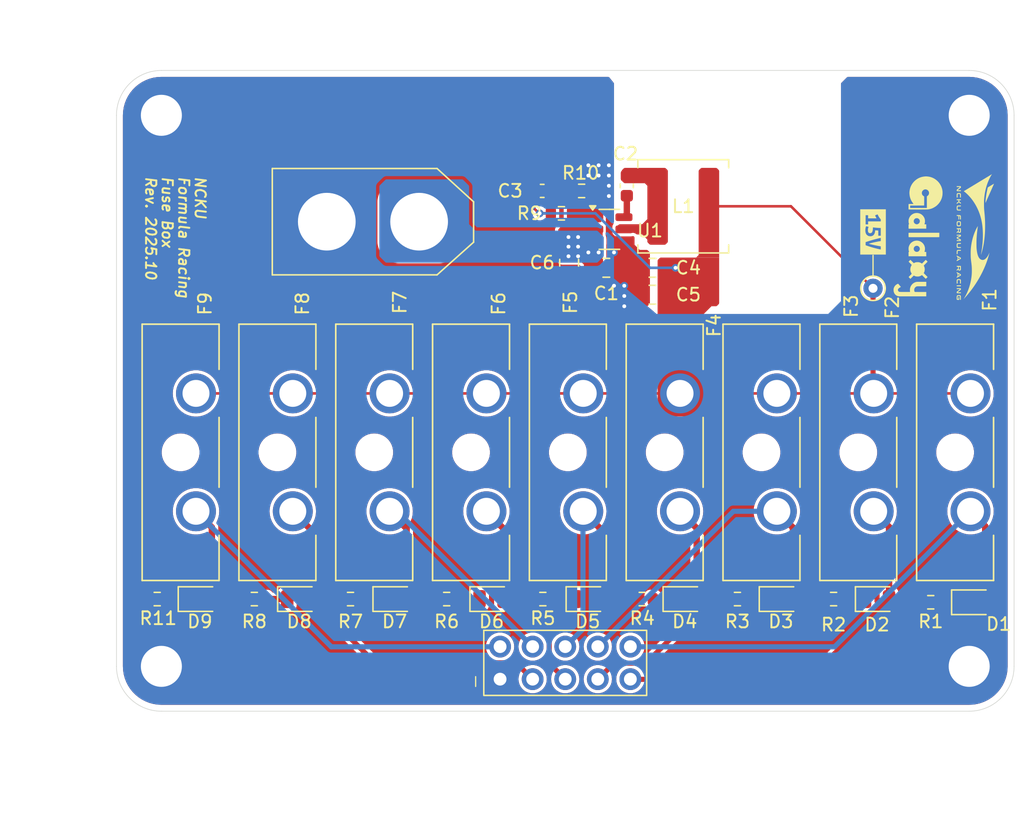
<source format=kicad_pcb>
(kicad_pcb (version 20221018) (generator pcbnew)
  (layers (0 "F.Cu" signal) (31 "B.Cu" signal) (34 "B.Paste" user) (35 "F.Paste" user) (36 "B.SilkS" user "B.Silkscreen") (37 "F.SilkS" user "F.Silkscreen") (38 "B.Mask" user) (39 "F.Mask" user) (44 "Edge.Cuts" user))
  (net 0 "")
  (net 1 "VDC")
  (net 2 "Net-(D1-K)")
  (net 3 "Net-(U1-SW)")
  (net 4 "Net-(D2-K)")
  (net 5 "Net-(U1-BST)")
  (net 6 "Net-(D3-K)")
  (net 7 "+15V")
  (net 8 "Net-(D4-K)")
  (net 9 "Net-(U1-FB)")
  (net 10 "GND")
  (net 11 "Net-(D5-K)")
  (net 12 "P1")
  (net 13 "Net-(D6-K)")
  (net 14 "P4")
  (net 15 "Net-(D7-K)")
  (net 16 "P5")
  (net 17 "Net-(D8-K)")
  (net 18 "P2")
  (net 19 "P6")
  (net 20 "P3")
  (net 21 "P7")
  (net 22 "P8")
  (net 23 "Net-(D9-K)")
  (net 24 "P9")
  (footprint "MountingHole:MountingHole_3.2mm_M3_ISO7380_Pad" (layer "F.Cu") (at 131.3 40.1 -90)
    (fp_text reference "H3" hide)
    (fp_text value "MountingHole_Pad")
    (pad "1" thru_hole circle (at 0 0 270) (size 5.7 5.7) (drill 3.2) (layers "*.Cu" "*.Mask") (net 10 "GND"))
  )
  (footprint "LED_SMD:LED_0805_2012Metric" (layer "F.Cu") (at 124.1125 77.85)
    (fp_text reference "D2" (at 0 2) (layer "F.SilkS"))
    (fp_text value "LED_Small")
    (pad "1" smd roundrect (at -0.9375 0) (size 0.975 1.4) (layers "F.Cu" "F.Paste" "F.Mask") (net 4 "Net-(D2-K)"))
    (pad "2" smd roundrect (at 0.9375 0) (size 0.975 1.4) (layers "F.Cu" "F.Paste" "F.Mask") (net 18 "P2"))
  )
  (footprint "fuseholder:LITTELFUSE_178.6164.0001" (layer "F.Cu") (at 92.45 66.4 -90)
    (fp_text reference "F6" (at -11.6 -2.15 -90) (layer "F.SilkS"))
    (fp_text value "178.6164.0001" hide)
    (pad "" np_thru_hole circle (at 0 0 270) (size 2.45 2.45) (drill 2.45) (layers "*.Cu" "*.Mask"))
    (pad "1" thru_hole circle (at -4.6 -1.2 270) (size 3.116 3.116) (drill 2.1) (layers "*.Cu" "*.Mask") (net 7 "+15V"))
    (pad "2" thru_hole circle (at 4.6 -1.2 270) (size 3.116 3.116) (drill 2.1) (layers "*.Cu" "*.Mask") (net 19 "P6"))
  )
  (footprint "Connector_AMASS:AMASS_XT60-M_1x02_P7.20mm_Vertical" (layer "F.Cu") (at 88.4 48.4 180)
    (fp_text reference "J1" hide)
    (fp_text value "PWR")
    (pad "1" thru_hole roundrect (at 0 0 180) (size 6 6) (drill 4.5) (layers "*.Cu" "*.Mask") (net 1 "VDC"))
    (pad "2" thru_hole circle (at 7.2 0 180) (size 6 6) (drill 4.5) (layers "*.Cu" "*.Mask") (net 10 "GND"))
  )
  (footprint "Resistor_SMD:R_0603_1608Metric" (layer "F.Cu") (at 99.5 47.75)
    (fp_text reference "R9" (at -2.5 0) (layer "F.SilkS"))
    (fp_text value "534k")
    (pad "1" smd roundrect (at -0.825 0) (size 0.8 0.95) (layers "F.Cu" "F.Paste" "F.Mask") (net 7 "+15V"))
    (pad "2" smd roundrect (at 0.825 0) (size 0.8 0.95) (layers "F.Cu" "F.Paste" "F.Mask") (net 9 "Net-(U1-FB)"))
  )
  (footprint "Resistor_SMD:R_0603_1608Metric" (layer "F.Cu") (at 83.05 77.85)
    (fp_text reference "R7" (at 0 1.75) (layer "F.SilkS"))
    (fp_text value "10k")
    (pad "1" smd roundrect (at -0.825 0) (size 0.8 0.95) (layers "F.Cu" "F.Paste" "F.Mask") (net 10 "GND"))
    (pad "2" smd roundrect (at 0.825 0) (size 0.8 0.95) (layers "F.Cu" "F.Paste" "F.Mask") (net 15 "Net-(D7-K)"))
  )
  (footprint "fuseholder:LITTELFUSE_178.6164.0001" (layer "F.Cu") (at 69.8 66.4 -90)
    (fp_text reference "F9" (at -11.6 -1.9 -90) (layer "F.SilkS"))
    (fp_text value "178.6164.0001")
    (pad "" np_thru_hole circle (at 0 0 270) (size 2.45 2.45) (drill 2.45) (layers "*.Cu" "*.Mask"))
    (pad "1" thru_hole circle (at -4.6 -1.2 270) (size 3.116 3.116) (drill 2.1) (layers "*.Cu" "*.Mask") (net 7 "+15V"))
    (pad "2" thru_hole circle (at 4.6 -1.2 270) (size 3.116 3.116) (drill 2.1) (layers "*.Cu" "*.Mask") (net 24 "P9"))
  )
  (footprint "Capacitor_SMD:C_0805_2012Metric" (layer "F.Cu") (at 106.6 54.1 180)
    (fp_text reference "C5" (at -2.8 0 180) (layer "F.SilkS"))
    (fp_text value "22u")
    (pad "1" smd roundrect (at -0.95 0 180) (size 1 1.45) (layers "F.Cu" "F.Paste" "F.Mask") (net 7 "+15V"))
    (pad "2" smd roundrect (at 0.95 0 180) (size 1 1.45) (layers "F.Cu" "F.Paste" "F.Mask") (net 10 "GND"))
  )
  (footprint "Resistor_SMD:R_0603_1608Metric" (layer "F.Cu") (at 128.3 78.1)
    (fp_text reference "R1" (at 0 1.5) (layer "F.SilkS"))
    (fp_text value "10k")
    (pad "1" smd roundrect (at -0.825 0) (size 0.8 0.95) (layers "F.Cu" "F.Paste" "F.Mask") (net 10 "GND"))
    (pad "2" smd roundrect (at 0.825 0) (size 0.8 0.95) (layers "F.Cu" "F.Paste" "F.Mask") (net 2 "Net-(D1-K)"))
  )
  (footprint "fuseholder:LITTELFUSE_178.6164.0001" (layer "F.Cu") (at 100 66.4 -90)
    (fp_text reference "F5" (at -11.7 -0.2 -90) (layer "F.SilkS"))
    (fp_text value "178.6164.0001" hide)
    (pad "" np_thru_hole circle (at 0 0 270) (size 2.45 2.45) (drill 2.45) (layers "*.Cu" "*.Mask"))
    (pad "1" thru_hole circle (at -4.6 -1.2 270) (size 3.116 3.116) (drill 2.1) (layers "*.Cu" "*.Mask") (net 7 "+15V"))
    (pad "2" thru_hole circle (at 4.6 -1.2 270) (size 3.116 3.116) (drill 2.1) (layers "*.Cu" "*.Mask") (net 16 "P5"))
  )
  (footprint "logo:nckufs_logo_10mm" (layer "F.Cu") (at 131.8 49.6 -90)
    (fp_text reference "G***" hide)
    (fp_text value "LOGO" hide)
  )
  (footprint "Resistor_SMD:R_0603_1608Metric" (layer "F.Cu") (at 67.975 77.85)
    (fp_text reference "R11" (at 0.075 1.5) (layer "F.SilkS"))
    (fp_text value "10k")
    (pad "1" smd roundrect (at -0.825 0) (size 0.8 0.95) (layers "F.Cu" "F.Paste" "F.Mask") (net 10 "GND"))
    (pad "2" smd roundrect (at 0.825 0) (size 0.8 0.95) (layers "F.Cu" "F.Paste" "F.Mask") (net 23 "Net-(D9-K)"))
  )
  (footprint "LED_SMD:LED_0805_2012Metric" (layer "F.Cu") (at 86.4875 77.85)
    (fp_text reference "D7" (at 0 1.75) (layer "F.SilkS"))
    (fp_text value "LED_Small")
    (pad "1" smd roundrect (at -0.9375 0) (size 0.975 1.4) (layers "F.Cu" "F.Paste" "F.Mask") (net 15 "Net-(D7-K)"))
    (pad "2" smd roundrect (at 0.9375 0) (size 0.975 1.4) (layers "F.Cu" "F.Paste" "F.Mask") (net 21 "P7"))
  )
  (footprint "fuseholder:LITTELFUSE_178.6164.0001" (layer "F.Cu") (at 77.35 66.4 -90)
    (fp_text reference "F8" (at -11.6 -1.95 -90) (layer "F.SilkS"))
    (fp_text value "178.6164.0001" hide)
    (pad "" np_thru_hole circle (at 0 0 270) (size 2.45 2.45) (drill 2.45) (layers "*.Cu" "*.Mask"))
    (pad "1" thru_hole circle (at -4.6 -1.2 270) (size 3.116 3.116) (drill 2.1) (layers "*.Cu" "*.Mask") (net 7 "+15V"))
    (pad "2" thru_hole circle (at 4.6 -1.2 270) (size 3.116 3.116) (drill 2.1) (layers "*.Cu" "*.Mask") (net 22 "P8"))
  )
  (footprint "LED_SMD:LED_0805_2012Metric" (layer "F.Cu") (at 79.05 77.85)
    (fp_text reference "D8" (at 0 1.75) (layer "F.SilkS"))
    (fp_text value "LED_Small")
    (pad "1" smd roundrect (at -0.9375 0) (size 0.975 1.4) (layers "F.Cu" "F.Paste" "F.Mask") (net 17 "Net-(D8-K)"))
    (pad "2" smd roundrect (at 0.9375 0) (size 0.975 1.4) (layers "F.Cu" "F.Paste" "F.Mask") (net 22 "P8"))
  )
  (footprint "MountingHole:MountingHole_3.2mm_M3_ISO7380_Pad" (layer "F.Cu") (at 131.3 83.1 -90)
    (fp_text reference "H1" hide)
    (fp_text value "MountingHole_Pad")
    (pad "1" thru_hole circle (at 0 0 270) (size 5.7 5.7) (drill 3.2) (layers "*.Cu" "*.Mask") (net 10 "GND"))
  )
  (footprint "Resistor_SMD:R_0603_1608Metric" (layer "F.Cu") (at 101.075 46)
    (fp_text reference "R10" (at -0.075 -1.4 180) (layer "F.SilkS"))
    (fp_text value "30k1")
    (pad "1" smd roundrect (at -0.825 0) (size 0.8 0.95) (layers "F.Cu" "F.Paste" "F.Mask") (net 9 "Net-(U1-FB)"))
    (pad "2" smd roundrect (at 0.825 0) (size 0.8 0.95) (layers "F.Cu" "F.Paste" "F.Mask") (net 10 "GND"))
  )
  (footprint "Inductor_SMD:L_Coilcraft_XAL6060-XXX" (layer "F.Cu") (at 109 47.2)
    (fp_text reference "L1" (at 0 0) (layer "F.SilkS"))
    (fp_text value "15uH")
    (pad "1" smd rect (at -2.02 0) (size 1.43 5.5) (layers "F.Cu" "F.Paste" "F.Mask") (net 3 "Net-(U1-SW)"))
    (pad "2" smd rect (at 2.02 0) (size 1.43 5.5) (layers "F.Cu" "F.Paste" "F.Mask") (net 7 "+15V"))
  )
  (footprint "LED_SMD:LED_0805_2012Metric" (layer "F.Cu") (at 101.55 77.85)
    (fp_text reference "D5" (at 0 1.75) (layer "F.SilkS"))
    (fp_text value "LED_Small")
    (pad "1" smd roundrect (at -0.9375 0) (size 0.975 1.4) (layers "F.Cu" "F.Paste" "F.Mask") (net 11 "Net-(D5-K)"))
    (pad "2" smd roundrect (at 0.9375 0) (size 0.975 1.4) (layers "F.Cu" "F.Paste" "F.Mask") (net 16 "P5"))
  )
  (footprint "MountingHole:MountingHole_3.2mm_M3_ISO7380_Pad" (layer "F.Cu") (at 68.3 83.1 -90)
    (fp_text reference "H2" hide)
    (fp_text value "MountingHole_Pad")
    (pad "1" thru_hole circle (at 0 0 270) (size 5.7 5.7) (drill 3.2) (layers "*.Cu" "*.Mask") (net 10 "GND"))
  )
  (footprint "TestPoint:TestPoint_THTPad_D1.5mm_Drill0.7mm" (layer "F.Cu") (at 123.8 53.6 -90)
    (fp_text reference "TP1" hide)
    (fp_text value "TestPoint")
    (pad "1" thru_hole circle (at 0 0 270) (size 1.5 1.5) (drill 0.7) (layers "*.Cu" "*.Mask") (net 7 "+15V"))
  )
  (footprint "Capacitor_SMD:C_0805_2012Metric" (layer "F.Cu") (at 103 52)
    (fp_text reference "C1" (at 0 2 180) (layer "F.SilkS"))
    (fp_text value "10u")
    (pad "1" smd roundrect (at -0.95 0) (size 1 1.45) (layers "F.Cu" "F.Paste" "F.Mask") (net 1 "VDC"))
    (pad "2" smd roundrect (at 0.95 0) (size 1 1.45) (layers "F.Cu" "F.Paste" "F.Mask") (net 10 "GND"))
  )
  (footprint "Resistor_SMD:R_0603_1608Metric" (layer "F.Cu") (at 98.05 77.85)
    (fp_text reference "R5" (at 0 1.5) (layer "F.SilkS"))
    (fp_text value "10k")
    (pad "1" smd roundrect (at -0.825 0) (size 0.8 0.95) (layers "F.Cu" "F.Paste" "F.Mask") (net 10 "GND"))
    (pad "2" smd roundrect (at 0.825 0) (size 0.8 0.95) (layers "F.Cu" "F.Paste" "F.Mask") (net 11 "Net-(D5-K)"))
  )
  (footprint "fuseholder:LITTELFUSE_178.6164.0001" (layer "F.Cu") (at 130.2 66.4 -90)
    (fp_text reference "F1" (at -11.9 -2.7 -90) (layer "F.SilkS"))
    (fp_text value "178.6164.0001" hide)
    (pad "" np_thru_hole circle (at 0 0 270) (size 2.45 2.45) (drill 2.45) (layers "*.Cu" "*.Mask"))
    (pad "1" thru_hole circle (at -4.6 -1.2 270) (size 3.116 3.116) (drill 2.1) (layers "*.Cu" "*.Mask") (net 7 "+15V"))
    (pad "2" thru_hole circle (at 4.6 -1.2 270) (size 3.116 3.116) (drill 2.1) (layers "*.Cu" "*.Mask") (net 12 "P1"))
  )
  (footprint "LED_SMD:LED_0805_2012Metric" (layer "F.Cu") (at 131.6125 78.1)
    (fp_text reference "D1" (at 1.9875 1.7) (layer "F.SilkS"))
    (fp_text value "LED_Small")
    (pad "1" smd roundrect (at -0.9375 0) (size 0.975 1.4) (layers "F.Cu" "F.Paste" "F.Mask") (net 2 "Net-(D1-K)"))
    (pad "2" smd roundrect (at 0.9375 0) (size 0.975 1.4) (layers "F.Cu" "F.Paste" "F.Mask") (net 12 "P1"))
  )
  (footprint "logo:galaxy_logo_10mm" (layer "F.Cu") (at 127.3 49.6 -90)
    (fp_text reference "G***" hide)
    (fp_text value "LOGO" hide)
  )
  (footprint "fuseholder:LITTELFUSE_178.6164.0001" (layer "F.Cu") (at 107.55 66.4 -90)
    (fp_text reference "F4" (at -9.9 -3.85 -90) (layer "F.SilkS"))
    (fp_text value "178.6164.0001" hide)
    (pad "" np_thru_hole circle (at 0 0 270) (size 2.45 2.45) (drill 2.45) (layers "*.Cu" "*.Mask"))
    (pad "1" thru_hole circle (at -4.6 -1.2 270) (size 3.116 3.116) (drill 2.1) (layers "*.Cu" "*.Mask") (net 7 "+15V"))
    (pad "2" thru_hole circle (at 4.6 -1.2 270) (size 3.116 3.116) (drill 2.1) (layers "*.Cu" "*.Mask") (net 14 "P4"))
  )
  (footprint "Package_TO_SOT_SMD:TSOT-23-6" (layer "F.Cu") (at 103.2375 49)
    (fp_text reference "U1" (at 3.1625 0.1) (layer "F.SilkS"))
    (fp_text value "AP63200WU")
    (pad "1" smd roundrect (at -1.1375 -0.95) (size 1.325 0.6) (layers "F.Cu" "F.Paste" "F.Mask") (net 9 "Net-(U1-FB)"))
    (pad "2" smd roundrect (at -1.1375 0) (size 1.325 0.6) (layers "F.Cu" "F.Paste" "F.Mask") (net 1 "VDC"))
    (pad "3" smd roundrect (at -1.1375 0.95) (size 1.325 0.6) (layers "F.Cu" "F.Paste" "F.Mask") (net 1 "VDC"))
    (pad "4" smd roundrect (at 1.1375 0.95) (size 1.325 0.6) (layers "F.Cu" "F.Paste" "F.Mask") (net 10 "GND"))
    (pad "5" smd roundrect (at 1.1375 0) (size 1.325 0.6) (layers "F.Cu" "F.Paste" "F.Mask") (net 3 "Net-(U1-SW)"))
    (pad "6" smd roundrect (at 1.1375 -0.95) (size 1.325 0.6) (layers "F.Cu" "F.Paste" "F.Mask") (net 5 "Net-(U1-BST)"))
  )
  (footprint "fuseholder:LITTELFUSE_178.6164.0001" (layer "F.Cu") (at 84.9 66.4 -90)
    (fp_text reference "F7" (at -11.7 -2 -90) (layer "F.SilkS"))
    (fp_text value "178.6164.0001" hide)
    (pad "" np_thru_hole circle (at 0 0 270) (size 2.45 2.45) (drill 2.45) (layers "*.Cu" "*.Mask"))
    (pad "1" thru_hole circle (at -4.6 -1.2 270) (size 3.116 3.116) (drill 2.1) (layers "*.Cu" "*.Mask") (net 7 "+15V"))
    (pad "2" thru_hole circle (at 4.6 -1.2 270) (size 3.116 3.116) (drill 2.1) (layers "*.Cu" "*.Mask") (net 21 "P7"))
  )
  (footprint "kibuzzard-67D51968" (layer "F.Cu") (at 123.8 49.2 -90)
    (fp_text reference "kibuzzard-67D51968" hide)
    (fp_text value "G***" hide)
  )
  (footprint "Resistor_SMD:R_0603_1608Metric" (layer "F.Cu") (at 75.55 77.85)
    (fp_text reference "R8" (at 0 1.75) (layer "F.SilkS"))
    (fp_text value "10k")
    (pad "1" smd roundrect (at -0.825 0) (size 0.8 0.95) (layers "F.Cu" "F.Paste" "F.Mask") (net 10 "GND"))
    (pad "2" smd roundrect (at 0.825 0) (size 0.8 0.95) (layers "F.Cu" "F.Paste" "F.Mask") (net 17 "Net-(D8-K)"))
  )
  (footprint "LED_SMD:LED_0805_2012Metric" (layer "F.Cu") (at 94.05 77.85)
    (fp_text reference "D6" (at 0 1.75) (layer "F.SilkS"))
    (fp_text value "LED_Small")
    (pad "1" smd roundrect (at -0.9375 0) (size 0.975 1.4) (layers "F.Cu" "F.Paste" "F.Mask") (net 13 "Net-(D6-K)"))
    (pad "2" smd roundrect (at 0.9375 0) (size 0.975 1.4) (layers "F.Cu" "F.Paste" "F.Mask") (net 19 "P6"))
  )
  (footprint "Resistor_SMD:R_0603_1608Metric" (layer "F.Cu") (at 113.225 77.85)
    (fp_text reference "R3" (at 0 1.75) (layer "F.SilkS"))
    (fp_text value "10k")
    (pad "1" smd roundrect (at -0.825 0) (size 0.8 0.95) (layers "F.Cu" "F.Paste" "F.Mask") (net 10 "GND"))
    (pad "2" smd roundrect (at 0.825 0) (size 0.8 0.95) (layers "F.Cu" "F.Paste" "F.Mask") (net 6 "Net-(D3-K)"))
  )
  (footprint "fuseholder:LITTELFUSE_178.6164.0001" (layer "F.Cu") (at 122.65 66.4 -90)
    (fp_text reference "F2" (at -11.3 -2.65 -90) (layer "F.SilkS"))
    (fp_text value "178.6164.0001" hide)
    (pad "" np_thru_hole circle (at 0 0 270) (size 2.45 2.45) (drill 2.45) (layers "*.Cu" "*.Mask"))
    (pad "1" thru_hole circle (at -4.6 -1.2 270) (size 3.116 3.116) (drill 2.1) (layers "*.Cu" "*.Mask") (net 7 "+15V"))
    (pad "2" thru_hole circle (at 4.6 -1.2 270) (size 3.116 3.116) (drill 2.1) (layers "*.Cu" "*.Mask") (net 18 "P2"))
  )
  (footprint "fuseholder:LITTELFUSE_178.6164.0001" (layer "F.Cu") (at 115.1 66.4 -90)
    (fp_text reference "F3" (at -11.4 -7 -90) (layer "F.SilkS"))
    (fp_text value "178.6164.0001" hide)
    (pad "" np_thru_hole circle (at 0 0 270) (size 2.45 2.45) (drill 2.45) (layers "*.Cu" "*.Mask"))
    (pad "1" thru_hole circle (at -4.6 -1.2 270) (size 3.116 3.116) (drill 2.1) (layers "*.Cu" "*.Mask") (net 7 "+15V"))
    (pad "2" thru_hole circle (at 4.6 -1.2 270) (size 3.116 3.116) (drill 2.1) (layers "*.Cu" "*.Mask") (net 20 "P3"))
  )
  (footprint "Resistor_SMD:R_0603_1608Metric" (layer "F.Cu") (at 120.725 77.85)
    (fp_text reference "R2" (at 0 2) (layer "F.SilkS"))
    (fp_text value "10k")
    (pad "1" smd roundrect (at -0.825 0) (size 0.8 0.95) (layers "F.Cu" "F.Paste" "F.Mask") (net 10 "GND"))
    (pad "2" smd roundrect (at 0.825 0) (size 0.8 0.95) (layers "F.Cu" "F.Paste" "F.Mask") (net 4 "Net-(D2-K)"))
  )
  (footprint "Capacitor_SMD:C_0805_2012Metric" (layer "F.Cu") (at 106.6 52 180)
    (fp_text reference "C4" (at -2.8 0 180) (layer "F.SilkS"))
    (fp_text value "22u")
    (pad "1" smd roundrect (at -0.95 0 180) (size 1 1.45) (layers "F.Cu" "F.Paste" "F.Mask") (net 7 "+15V"))
    (pad "2" smd roundrect (at 0.95 0 180) (size 1 1.45) (layers "F.Cu" "F.Paste" "F.Mask") (net 10 "GND"))
  )
  (footprint "LED_SMD:LED_0805_2012Metric" (layer "F.Cu") (at 116.6125 77.85)
    (fp_text reference "D3" (at 0 1.75) (layer "F.SilkS"))
    (fp_text value "LED_Small")
    (pad "1" smd roundrect (at -0.9375 0) (size 0.975 1.4) (layers "F.Cu" "F.Paste" "F.Mask") (net 6 "Net-(D3-K)"))
    (pad "2" smd roundrect (at 0.9375 0) (size 0.975 1.4) (layers "F.Cu" "F.Paste" "F.Mask") (net 20 "P3"))
  )
  (footprint "Resistor_SMD:R_0603_1608Metric" (layer "F.Cu") (at 90.55 77.85)
    (fp_text reference "R6" (at 0 1.75) (layer "F.SilkS"))
    (fp_text value "10k")
    (pad "1" smd roundrect (at -0.825 0) (size 0.8 0.95) (layers "F.Cu" "F.Paste" "F.Mask") (net 10 "GND"))
    (pad "2" smd roundrect (at 0.825 0) (size 0.8 0.95) (layers "F.Cu" "F.Paste" "F.Mask") (net 13 "Net-(D6-K)"))
  )
  (footprint "Capacitor_SMD:C_0603_1608Metric" (layer "F.Cu") (at 104.6 45.6 -90)
    (fp_text reference "C2" (at -2.5 0.1 -180) (layer "F.SilkS"))
    (fp_text value "100n")
    (pad "1" smd roundrect (at -0.775 0 270) (size 0.9 0.95) (layers "F.Cu" "F.Paste" "F.Mask") (net 3 "Net-(U1-SW)"))
    (pad "2" smd roundrect (at 0.775 0 270) (size 0.9 0.95) (layers "F.Cu" "F.Paste" "F.Mask") (net 5 "Net-(U1-BST)"))
  )
  (footprint "LED_SMD:LED_0805_2012Metric" (layer "F.Cu") (at 109.1125 77.85)
    (fp_text reference "D4" (at 0 1.75) (layer "F.SilkS"))
    (fp_text value "LED_Small")
    (pad "1" smd roundrect (at -0.9375 0) (size 0.975 1.4) (layers "F.Cu" "F.Paste" "F.Mask") (net 8 "Net-(D4-K)"))
    (pad "2" smd roundrect (at 0.9375 0) (size 0.975 1.4) (layers "F.Cu" "F.Paste" "F.Mask") (net 14 "P4"))
  )
  (footprint "Capacitor_SMD:C_0603_1608Metric" (layer "F.Cu") (at 98 46)
    (fp_text reference "C3" (at -2.5 0) (layer "F.SilkS"))
    (fp_text value "12p")
    (pad "1" smd roundrect (at -0.775 0) (size 0.9 0.95) (layers "F.Cu" "F.Paste" "F.Mask") (net 7 "+15V"))
    (pad "2" smd roundrect (at 0.775 0) (size 0.9 0.95) (layers "F.Cu" "F.Paste" "F.Mask") (net 9 "Net-(U1-FB)"))
  )
  (footprint "Resistor_SMD:R_0603_1608Metric" (layer "F.Cu") (at 105.8 77.85)
    (fp_text reference "R4" (at 0 1.5) (layer "F.SilkS"))
    (fp_text value "10k")
    (pad "1" smd roundrect (at -0.825 0) (size 0.8 0.95) (layers "F.Cu" "F.Paste" "F.Mask") (net 10 "GND"))
    (pad "2" smd roundrect (at 0.825 0) (size 0.8 0.95) (layers "F.Cu" "F.Paste" "F.Mask") (net 8 "Net-(D4-K)"))
  )
  (footprint "LED_SMD:LED_0805_2012Metric" (layer "F.Cu") (at 71.3 77.85)
    (fp_text reference "D9" (at 0 1.75) (layer "F.SilkS"))
    (fp_text value "LED_Small")
    (pad "1" smd roundrect (at -0.9375 0) (size 0.975 1.4) (layers "F.Cu" "F.Paste" "F.Mask") (net 23 "Net-(D9-K)"))
    (pad "2" smd roundrect (at 0.9375 0) (size 0.975 1.4) (layers "F.Cu" "F.Paste" "F.Mask") (net 24 "P9"))
  )
  (footprint "MountingHole:MountingHole_3.2mm_M3_ISO7380_Pad" (layer "F.Cu") (at 68.3 40.1 -90)
    (fp_text reference "H4" hide)
    (fp_text value "MountingHole_Pad")
    (pad "1" thru_hole circle (at 0 0 270) (size 5.7 5.7) (drill 3.2) (layers "*.Cu" "*.Mask") (net 10 "GND"))
  )
  (footprint "Capacitor_SMD:C_0805_2012Metric" (layer "F.Cu") (at 100.1 51.6 -90)
    (fp_text reference "C6" (at 0 2.1 -180) (layer "F.SilkS"))
    (fp_text value "10u")
    (pad "1" smd roundrect (at -0.95 0 270) (size 1 1.45) (layers "F.Cu" "F.Paste" "F.Mask") (net 1 "VDC"))
    (pad "2" smd roundrect (at 0.95 0 270) (size 1 1.45) (layers "F.Cu" "F.Paste" "F.Mask") (net 10 "GND"))
  )
  (footprint "Connector_PinHeader_2.54mm:PinHeader_2x05_P2.54mm_Vertical" (layer "B.Cu") (at 104.875 84.1 90)
    (fp_text reference "J3" hide)
    (fp_text value "Conn_02x05_Counter_Clockwise")
    (pad "1" thru_hole oval (at 0 0) (size 1.7 1.7) (drill 1) (layers "*.Cu" "*.Mask") (net 18 "P2"))
    (pad "2" thru_hole oval (at 2.54 0 90) (size 1.7 1.7) (drill 1) (layers "*.Cu" "*.Mask") (net 12 "P1"))
    (pad "3" thru_hole oval (at 0 -2.54 90) (size 1.7 1.7) (drill 1) (layers "*.Cu" "*.Mask") (net 14 "P4"))
    (pad "4" thru_hole oval (at 2.54 -2.54 90) (size 1.7 1.7) (drill 1) (layers "*.Cu" "*.Mask") (net 20 "P3"))
    (pad "5" thru_hole oval (at 0 -5.08 90) (size 1.7 1.7) (drill 1) (layers "*.Cu" "*.Mask") (net 19 "P6"))
    (pad "6" thru_hole oval (at 2.54 -5.08 90) (size 1.7 1.7) (drill 1) (layers "*.Cu" "*.Mask") (net 16 "P5"))
    (pad "7" thru_hole oval (at 0 -7.62 90) (size 1.7 1.7) (drill 1) (layers "*.Cu" "*.Mask") (net 22 "P8"))
    (pad "8" thru_hole oval (at 2.54 -7.62 90) (size 1.7 1.7) (drill 1) (layers "*.Cu" "*.Mask") (net 21 "P7"))
    (pad "9" thru_hole oval (at 0 -10.16 90) (size 1.7 1.7) (drill 1) (layers "*.Cu" "*.Mask") (net 10 "GND"))
    (pad "10" thru_hole oval (at 2.54 -10.16 90) (size 1.7 1.7) (drill 1) (layers "*.Cu" "*.Mask") (net 24 "P9"))
  )
  (gr_line (start 123.8 52.575) (end 123.8 51.025) (stroke (width 0.1)) (layer "F.SilkS"))
  (gr_line (start 68.3 36.6) (end 131.3 36.6) (stroke (width 0.05)) (layer "Edge.Cuts"))
  (gr_line (start 131.3 86.6) (end 68.3 86.6) (stroke (width 0.05)) (layer "Edge.Cuts"))
  (gr_arc (start 134.8 83.1) (mid 133.774874 85.574874) (end 131.3 86.6) (stroke (width 0.05)) (layer "Edge.Cuts"))
  (gr_line (start 134.8 40.1) (end 134.8 83.1) (stroke (width 0.05)) (layer "Edge.Cuts"))
  (gr_arc (start 131.3 36.6) (mid 133.774874 37.625126) (end 134.8 40.1) (stroke (width 0.05)) (layer "Edge.Cuts"))
  (gr_line (start 64.8 83.1) (end 64.8 40.1) (stroke (width 0.05)) (layer "Edge.Cuts"))
  (gr_arc (start 64.8 40.1) (mid 65.825126 37.625126) (end 68.3 36.6) (stroke (width 0.05)) (layer "Edge.Cuts"))
  (gr_arc (start 68.3 86.6) (mid 65.825126 85.574874) (end 64.8 83.1) (stroke (width 0.05)) (layer "Edge.Cuts"))
  (gr_text "NCKU\nFormula Racing\nFuse Box\nRev. 2025.10" (at 67 44.8 270) (layer "F.SilkS") (effects (font (size 0.8 0.8) (thickness 0.15) bold italic) (justify left bottom)))
  (gr_text "-" (at 92.3 83.6 -90) (layer "F.SilkS") (effects (font (size 1 1) (thickness 0.1)) (justify left bottom)))
  (segment (start 102.1 51.95) (end 102.05 52) (width 0.5) (layer "F.Cu") (net 1))
  (via (at 100.8 49.6) (size 0.6) (drill 0.3) (layers "F.Cu" "B.Cu") (net 1))
  (via (at 101.6 50.8) (size 0.6) (drill 0.3) (layers "F.Cu" "B.Cu") (net 1))
  (via (at 100.05 49.6) (size 0.6) (drill 0.3) (layers "F.Cu" "B.Cu") (net 1))
  (via (at 100.05 50.35) (size 0.6) (drill 0.3) (layers "F.Cu" "B.Cu") (net 1))
  (via (at 100.8 51.1) (size 0.6) (drill 0.3) (layers "F.Cu" "B.Cu") (net 1))
  (via (at 100.8 50.35) (size 0.6) (drill 0.3) (layers "F.Cu" "B.Cu") (net 1))
  (via (at 102.4 50.8) (size 0.6) (drill 0.3) (layers "F.Cu" "B.Cu") (net 1))
  (via (at 100.05 51.1) (size 0.6) (drill 0.3) (layers "F.Cu" "B.Cu") (net 1))
  (segment (start 129.125 78.1) (end 130.675 78.1) (width 0.5) (layer "F.Cu") (net 2))
  (segment (start 121.55 77.85) (end 123.175 77.85) (width 0.5) (layer "F.Cu") (net 4))
  (segment (start 104.6 47.825) (end 104.375 48.05) (width 0.5) (layer "F.Cu") (net 5))
  (segment (start 104.6 46.375) (end 104.6 47.825) (width 0.5) (layer "F.Cu") (net 5))
  (segment (start 114.05 77.85) (end 115.675 77.85) (width 0.5) (layer "F.Cu") (net 6))
  (segment (start 97.225 47.225) (end 97.225 46) (width 0.2) (layer "F.Cu") (net 7))
  (segment (start 108.75 61.8) (end 108.75 55.3) (width 0.2) (layer "F.Cu") (net 7))
  (segment (start 123.8 61.77) (end 123.83 61.8) (width 0.4) (layer "F.Cu") (net 7))
  (segment (start 111.02 47.2) (end 117.4 47.2) (width 0.2) (layer "F.Cu") (net 7))
  (segment (start 107.55 54.1) (end 107.55 52) (width 0.2) (layer "F.Cu") (net 7))
  (segment (start 93.65 61.8) (end 86.1 61.8) (width 0.2) (layer "F.Cu") (net 7))
  (segment (start 78.55 61.8) (end 71 61.8) (width 0.2) (layer "F.Cu") (net 7))
  (segment (start 101.2 61.8) (end 93.65 61.8) (width 0.2) (layer "F.Cu") (net 7))
  (segment (start 98.675 47.75) (end 97.8 47.75) (width 0.2) (layer "F.Cu") (net 7))
  (segment (start 108.75 61.8) (end 101.2 61.8) (width 0.2) (layer "F.Cu") (net 7))
  (segment (start 108.75 55.3) (end 107.55 54.1) (width 0.2) (layer "F.Cu") (net 7))
  (segment (start 123.85 61.8) (end 131.4 61.8) (width 0.2) (layer "F.Cu") (net 7))
  (segment (start 97.75 47.75) (end 97.225 47.225) (width 0.2) (layer "F.Cu") (net 7))
  (segment (start 116.3 61.8) (end 108.75 61.8) (width 0.2) (layer "F.Cu") (net 7))
  (segment (start 123.8 53.6) (end 123.8 61.77) (width 0.4) (layer "F.Cu") (net 7))
  (segment (start 117.4 47.2) (end 123.8 53.6) (width 0.2) (layer "F.Cu") (net 7))
  (segment (start 123.85 61.8) (end 116.3 61.8) (width 0.2) (layer "F.Cu") (net 7))
  (segment (start 107.55 52) (end 108.4 52) (width 0.2) (layer "F.Cu") (net 7))
  (segment (start 86.1 61.8) (end 78.55 61.8) (width 0.2) (layer "F.Cu") (net 7))
  (segment (start 97.8 47.75) (end 97.75 47.75) (width 0.2) (layer "F.Cu") (net 7))
  (via (at 97.8 47.75) (size 0.6) (drill 0.3) (layers "F.Cu" "B.Cu") (net 7))
  (via (at 108.4 52) (size 0.6) (drill 0.3) (layers "F.Cu" "B.Cu") (net 7))
  (segment (start 102.15 47.75) (end 97.8 47.75) (width 0.2) (layer "B.Cu") (net 7))
  (segment (start 106.4 52) (end 102.15 47.75) (width 0.2) (layer "B.Cu") (net 7))
  (segment (start 108.4 52) (end 106.4 52) (width 0.2) (layer "B.Cu") (net 7))
  (segment (start 108.175 77.85) (end 106.625 77.85) (width 0.5) (layer "F.Cu") (net 8))
  (segment (start 101.9 46) (end 103.2125 47.3125) (width 0.5) (layer "F.Cu") (net 10))
  (segment (start 103.2125 47.3125) (end 103.2125 49.449999) (width 0.5) (layer "F.Cu") (net 10))
  (segment (start 103.2125 49.449999) (end 103.712501 49.95) (width 0.5) (layer "F.Cu") (net 10))
  (segment (start 103.712501 49.95) (end 104.375 49.95) (width 0.5) (layer "F.Cu") (net 10))
  (via (at 101.6 44) (size 0.6) (drill 0.3) (layers "F.Cu" "B.Cu") (net 10))
  (via (at 104.4 55) (size 0.6) (drill 0.3) (layers "F.Cu" "B.Cu") (net 10))
  (via (at 102.4 44) (size 0.6) (drill 0.3) (layers "F.Cu" "B.Cu") (net 10))
  (via (at 101.6 44.8) (size 0.6) (drill 0.3) (layers "F.Cu" "B.Cu") (net 10))
  (via (at 103.2 45.6) (size 0.6) (drill 0.3) (layers "F.Cu" "B.Cu") (net 10))
  (via (at 102.4 44.8) (size 0.6) (drill 0.3) (layers "F.Cu" "B.Cu") (net 10))
  (via (at 103.6 53.4) (size 0.6) (drill 0.3) (layers "F.Cu" "B.Cu") (net 10))
  (via (at 103.2 44) (size 0.6) (drill 0.3) (layers "F.Cu" "B.Cu") (net 10))
  (via (at 104.4 53.4) (size 0.6) (drill 0.3) (layers "F.Cu" "B.Cu") (net 10))
  (via (at 103.2 46.4) (size 0.6) (drill 0.3) (layers "F.Cu" "B.Cu") (net 10))
  (via (at 103.6 50.8) (size 0.6) (drill 0.3) (layers "F.Cu" "B.Cu") (net 10))
  (via (at 103.2 44.8) (size 0.6) (drill 0.3) (layers "F.Cu" "B.Cu") (net 10))
  (via (at 104.4 54.2) (size 0.6) (drill 0.3) (layers "F.Cu" "B.Cu") (net 10))
  (segment (start 100.6125 77.85) (end 98.875 77.85) (width 0.5) (layer "F.Cu") (net 11))
  (segment (start 132.55 72.17) (end 131.38 71) (width 0.5) (layer "F.Cu") (net 12))
  (segment (start 132.55 78.1) (end 132.55 72.17) (width 0.5) (layer "F.Cu") (net 12))
  (segment (start 120.805 81.575) (end 104.875 81.575) (width 0.4) (layer "B.Cu") (net 12))
  (segment (start 131.38 71) (end 120.805 81.575) (width 0.4) (layer "B.Cu") (net 12))
  (segment (start 93.1125 77.85) (end 91.375 77.85) (width 0.5) (layer "F.Cu") (net 13))
  (segment (start 110.05 78.9) (end 106.1 82.85) (width 0.4) (layer "F.Cu") (net 14))
  (segment (start 110.05 77.85) (end 110.05 72.32) (width 0.5) (layer "F.Cu") (net 14))
  (segment (start 106.1 82.85) (end 103.6 82.85) (width 0.4) (layer "F.Cu") (net 14))
  (segment (start 103.6 82.85) (end 102.335 84.115) (width 0.4) (layer "F.Cu") (net 14))
  (segment (start 110.05 77.85) (end 110.05 78.9) (width 0.4) (layer "F.Cu") (net 14))
  (segment (start 110.05 72.32) (end 108.73 71) (width 0.5) (layer "F.Cu") (net 14))
  (segment (start 85.55 77.85) (end 83.875 77.85) (width 0.5) (layer "F.Cu") (net 15))
  (segment (start 102.4875 77.85) (end 102.4875 72.3075) (width 0.5) (layer "F.Cu") (net 16))
  (segment (start 102.4875 72.3075) (end 101.18 71) (width 0.5) (layer "F.Cu") (net 16))
  (segment (start 101.18 80.19) (end 99.795 81.575) (width 0.4) (layer "B.Cu") (net 16))
  (segment (start 101.18 71) (end 101.18 80.19) (width 0.4) (layer "B.Cu") (net 16))
  (segment (start 78.1125 77.85) (end 76.375 77.85) (width 0.5) (layer "F.Cu") (net 17))
  (segment (start 125.05 77.85) (end 125.05 72.22) (width 0.5) (layer "F.Cu") (net 18))
  (segment (start 125.05 77.85) (end 118.785 84.115) (width 0.4) (layer "F.Cu") (net 18))
  (segment (start 125.05 72.22) (end 123.83 71) (width 0.5) (layer "F.Cu") (net 18))
  (segment (start 118.785 84.115) (end 104.875 84.115) (width 0.4) (layer "F.Cu") (net 18))
  (segment (start 95.65 77.85) (end 98.545 80.745) (width 0.4) (layer "F.Cu") (net 19))
  (segment (start 94.9875 72.3575) (end 93.63 71) (width 0.5) (layer "F.Cu") (net 19))
  (segment (start 98.545 80.745) (end 98.545 82.865) (width 0.4) (layer "F.Cu") (net 19))
  (segment (start 94.9875 77.85) (end 95.65 77.85) (width 0.4) (layer "F.Cu") (net 19))
  (segment (start 94.9875 77.85) (end 94.9875 72.3575) (width 0.5) (layer "F.Cu") (net 19))
  (segment (start 98.545 82.865) (end 99.795 84.115) (width 0.4) (layer "F.Cu") (net 19))
  (segment (start 117.55 77.85) (end 117.55 72.27) (width 0.5) (layer "F.Cu") (net 20))
  (segment (start 117.55 72.27) (end 116.28 71) (width 0.5) (layer "F.Cu") (net 20))
  (segment (start 112.91 71) (end 102.335 81.575) (width 0.4) (layer "B.Cu") (net 20))
  (segment (start 116.28 71) (end 112.91 71) (width 0.4) (layer "B.Cu") (net 20))
  (segment (start 87.425 77.85) (end 87.425 72.345) (width 0.5) (layer "F.Cu") (net 21))
  (segment (start 87.425 72.345) (end 86.08 71) (width 0.5) (layer "F.Cu") (net 21))
  (segment (start 97.255 81.575) (end 86.68 71) (width 0.4) (layer "B.Cu") (net 21))
  (segment (start 86.68 71) (end 86.08 71) (width 0.4) (layer "B.Cu") (net 21))
  (segment (start 79.9875 77.85) (end 79.9875 72.4575) (width 0.5) (layer "F.Cu") (net 22))
  (segment (start 79.9875 77.85) (end 84.9625 82.825) (width 0.4) (layer "F.Cu") (net 22))
  (segment (start 84.9625 82.825) (end 95.965 82.825) (width 0.4) (layer "F.Cu") (net 22))
  (segment (start 95.965 82.825) (end 97.255 84.115) (width 0.4) (layer "F.Cu") (net 22))
  (segment (start 79.9875 72.4575) (end 78.53 71) (width 0.5) (layer "F.Cu") (net 22))
  (segment (start 70.3625 77.85) (end 68.8 77.85) (width 0.5) (layer "F.Cu") (net 23))
  (segment (start 72.2375 77.85) (end 72.2375 72.2575) (width 0.5) (layer "F.Cu") (net 24))
  (segment (start 72.2375 72.2575) (end 70.98 71) (width 0.5) (layer "F.Cu") (net 24))
  (segment (start 70.98 71) (end 81.555 81.575) (width 0.4) (layer "B.Cu") (net 24))
  (segment (start 81.555 81.575) (end 94.715 81.575) (width 0.4) (layer "B.Cu") (net 24))
  (zone (net 3) (net_name "Net-(U1-SW)") (layer "F.Cu") (priority 2) (connect_pads yes (clearance 0.25)) (min_thickness 0.25) (fill yes (thermal_gap 0.5) (thermal_bridge_width 0.5))
    (polygon (pts (xy 104.4 44.2) (xy 104.2 44.4) (xy 104.2 45.2) (xy 104.4 45.4) (xy 106 45.4) (xy 106.2 45.6) (xy 106.2 48.2) (xy 105.8 48.6) (xy 104 48.6) (xy 103.8 48.8) (xy 103.8 49.2) (xy 104 49.4) (xy 105.8 49.4) (xy 106.2 49.8) (xy 106.2 50) (xy 106.4 50.2) (xy 107.6 50.2) (xy 107.8 50) (xy 107.8 44.4) (xy 107.6 44.2)))
  )
  (zone (net 7) (net_name "+15V") (layer "F.Cu") (priority 7) (connect_pads yes (clearance 0.25)) (min_thickness 0.25) (fill yes (thermal_gap 0.5) (thermal_bridge_width 0.5))
    (polygon (pts (xy 107.2 51.2) (xy 107 51.4) (xy 107 63.4) (xy 107.2 63.6) (xy 110.4 63.6) (xy 110.6 63.4) (xy 110.6 55.6) (xy 111.2 55) (xy 111.6 55) (xy 111.8 54.8) (xy 111.8 51.2)))
  )
  (zone (net 9) (net_name "Net-(U1-FB)") (layer "F.Cu") (priority 3) (connect_pads yes (clearance 0.25)) (min_thickness 0.25) (fill yes (thermal_gap 0.5) (thermal_bridge_width 0.5))
    (polygon (pts (xy 98.5 45.25) (xy 98.25 45.5) (xy 98.25 46.5) (xy 98.5 46.75) (xy 99.75 46.75) (xy 100 47) (xy 100 48.25) (xy 100.25 48.5) (xy 102.5 48.5) (xy 102.75 48.25) (xy 102.75 47.5) (xy 102.5 47.25) (xy 101 47.25) (xy 100.75 47) (xy 100.75 45.5) (xy 100.5 45.25)))
  )
  (zone (net 1) (net_name "VDC") (layer "F.Cu") (priority 1) (connect_pads yes (clearance 0.25)) (min_thickness 0.25) (fill yes (thermal_gap 0.5) (thermal_bridge_width 0.5))
    (polygon (pts (xy 101.25 48.5) (xy 101 48.75) (xy 99.5 48.75) (xy 99.25 49) (xy 99.25 51.25) (xy 99.5 51.5) (xy 101 51.5) (xy 101.25 51.75) (xy 101.25 52.75) (xy 101.5 53) (xy 102.5 53) (xy 102.75 52.75) (xy 102.75 48.75) (xy 102.5 48.5)))
  )
  (zone (net 10) (net_name "GND") (layer "F.Cu") (priority 4) (connect_pads yes (clearance 0.25)) (min_thickness 0.25) (fill yes (thermal_gap 0.5) (thermal_bridge_width 0.5))
    (polygon (pts (xy 101.6 44.4) (xy 101.2 44.8) (xy 101.2 46.2) (xy 101.6 46.6) (xy 102.2 46.6) (xy 103 47.4) (xy 103 53.4) (xy 103.4 53.8) (xy 104.6 53.8) (xy 105 54.2) (xy 105 54.8) (xy 105.2 55) (xy 106.2 55) (xy 106.4 54.8) (xy 106.4 50.8) (xy 106.2 50.6) (xy 105.6 50.6) (xy 105.2 50.2) (xy 105.2 49.6) (xy 105 49.4) (xy 103.6 49.4) (xy 103.4 49.2) (xy 103.4 44.6) (xy 103.2 44.4)))
  )
  (zone (net 7) (net_name "+15V") (layer "F.Cu") (priority 5) (connect_pads yes (clearance 0.25)) (min_thickness 0.25) (fill yes (thermal_gap 0.5) (thermal_bridge_width 0.5))
    (polygon (pts (xy 110.4 44.2) (xy 110.2 44.4) (xy 110.2 51) (xy 110 51.2) (xy 107.2 51.2) (xy 107 51.4) (xy 107 54.8) (xy 107.2 55) (xy 111.6 55) (xy 111.8 54.8) (xy 111.8 44.4) (xy 111.6 44.2)))
  )
  (zone (net 10) (net_name "GND") (layers "F&B.Cu") (connect_pads yes (clearance 0.25)) (min_thickness 0.25) (fill yes (thermal_gap 0.5) (thermal_bridge_width 0.5))
    (polygon (pts (xy 134.8 36.6) (xy 122.3 36.6) (xy 121.3 37.6) (xy 121.3 54.6) (xy 120.3 55.6) (xy 106.92 55.6) (xy 103.6 52.833333) (xy 103.6 37.6) (xy 102.8 36.6) (xy 64.8 36.6) (xy 64.8 86.6) (xy 134.8 86.6)))
  )
  (zone (net 1) (net_name "VDC") (layer "B.Cu") (priority 6) (connect_pads yes (clearance 0.25)) (min_thickness 0.25) (fill yes (thermal_gap 0.5) (thermal_bridge_width 0.5))
    (polygon (pts (xy 102.8 49.6) (xy 102.3 49.1) (xy 92.8 49.1) (xy 92.3 48.6) (xy 92.3 45.6) (xy 91.8 45.1) (xy 85.8 45.1) (xy 85.3 45.6) (xy 85.3 51.1) (xy 85.8 51.6) (xy 102.3 51.6) (xy 102.8 51.1)))
  )
)
</source>
